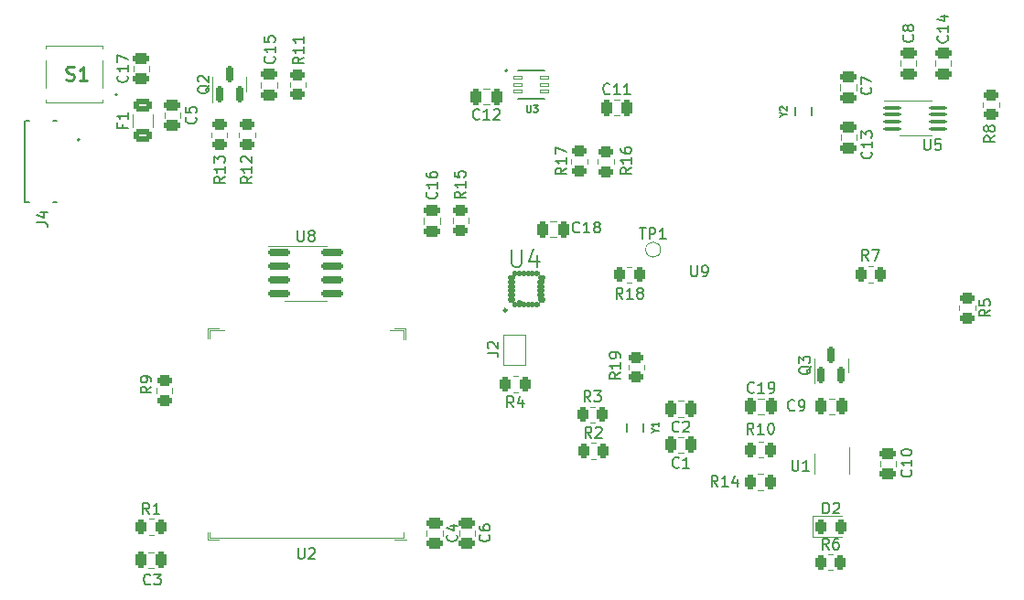
<source format=gbr>
%TF.GenerationSoftware,KiCad,Pcbnew,6.0.11-2627ca5db0~126~ubuntu20.04.1*%
%TF.CreationDate,2023-09-23T16:44:06-04:00*%
%TF.ProjectId,water_meter,77617465-725f-46d6-9574-65722e6b6963,rev?*%
%TF.SameCoordinates,Original*%
%TF.FileFunction,Legend,Top*%
%TF.FilePolarity,Positive*%
%FSLAX46Y46*%
G04 Gerber Fmt 4.6, Leading zero omitted, Abs format (unit mm)*
G04 Created by KiCad (PCBNEW 6.0.11-2627ca5db0~126~ubuntu20.04.1) date 2023-09-23 16:44:06*
%MOMM*%
%LPD*%
G01*
G04 APERTURE LIST*
G04 Aperture macros list*
%AMRoundRect*
0 Rectangle with rounded corners*
0 $1 Rounding radius*
0 $2 $3 $4 $5 $6 $7 $8 $9 X,Y pos of 4 corners*
0 Add a 4 corners polygon primitive as box body*
4,1,4,$2,$3,$4,$5,$6,$7,$8,$9,$2,$3,0*
0 Add four circle primitives for the rounded corners*
1,1,$1+$1,$2,$3*
1,1,$1+$1,$4,$5*
1,1,$1+$1,$6,$7*
1,1,$1+$1,$8,$9*
0 Add four rect primitives between the rounded corners*
20,1,$1+$1,$2,$3,$4,$5,0*
20,1,$1+$1,$4,$5,$6,$7,0*
20,1,$1+$1,$6,$7,$8,$9,0*
20,1,$1+$1,$8,$9,$2,$3,0*%
G04 Aperture macros list end*
%ADD10C,0.150000*%
%ADD11C,0.254000*%
%ADD12C,0.120000*%
%ADD13C,0.127000*%
%ADD14C,0.200000*%
%ADD15C,0.249988*%
%ADD16C,0.100000*%
%ADD17RoundRect,0.250000X0.475000X-0.250000X0.475000X0.250000X-0.475000X0.250000X-0.475000X-0.250000X0*%
%ADD18RoundRect,0.250000X0.250000X0.475000X-0.250000X0.475000X-0.250000X-0.475000X0.250000X-0.475000X0*%
%ADD19C,6.000000*%
%ADD20RoundRect,0.250000X-0.262500X-0.450000X0.262500X-0.450000X0.262500X0.450000X-0.262500X0.450000X0*%
%ADD21RoundRect,0.243750X-0.243750X-0.456250X0.243750X-0.456250X0.243750X0.456250X-0.243750X0.456250X0*%
%ADD22RoundRect,0.012800X-0.357200X-0.147200X0.357200X-0.147200X0.357200X0.147200X-0.357200X0.147200X0*%
%ADD23R,1.300000X2.000000*%
%ADD24C,0.500000*%
%ADD25R,1.350000X0.400000*%
%ADD26R,1.400000X1.600000*%
%ADD27R,1.900000X1.900000*%
%ADD28O,1.800000X0.900000*%
%ADD29RoundRect,0.102000X0.127000X0.165100X-0.127000X0.165100X-0.127000X-0.165100X0.127000X-0.165100X0*%
%ADD30RoundRect,0.102000X0.127000X0.254000X-0.127000X0.254000X-0.127000X-0.254000X0.127000X-0.254000X0*%
%ADD31RoundRect,0.102000X0.127000X0.177800X-0.127000X0.177800X-0.127000X-0.177800X0.127000X-0.177800X0*%
%ADD32RoundRect,0.102000X0.215900X-0.127000X0.215900X0.127000X-0.215900X0.127000X-0.215900X-0.127000X0*%
%ADD33RoundRect,0.102000X0.254000X-0.127000X0.254000X0.127000X-0.254000X0.127000X-0.254000X-0.127000X0*%
%ADD34RoundRect,0.250000X-0.250000X-0.475000X0.250000X-0.475000X0.250000X0.475000X-0.250000X0.475000X0*%
%ADD35RoundRect,0.250000X0.262500X0.450000X-0.262500X0.450000X-0.262500X-0.450000X0.262500X-0.450000X0*%
%ADD36RoundRect,0.250000X0.450000X-0.262500X0.450000X0.262500X-0.450000X0.262500X-0.450000X-0.262500X0*%
%ADD37RoundRect,0.250000X-0.475000X0.250000X-0.475000X-0.250000X0.475000X-0.250000X0.475000X0.250000X0*%
%ADD38R,1.900000X1.100000*%
%ADD39RoundRect,0.250000X-0.450000X0.262500X-0.450000X-0.262500X0.450000X-0.262500X0.450000X0.262500X0*%
%ADD40R,1.500000X0.900000*%
%ADD41R,0.900000X1.500000*%
%ADD42R,0.900000X0.900000*%
%ADD43RoundRect,0.250000X-0.625000X0.375000X-0.625000X-0.375000X0.625000X-0.375000X0.625000X0.375000X0*%
%ADD44R,0.650000X1.560000*%
%ADD45R,1.500000X1.000000*%
%ADD46RoundRect,0.150000X-0.825000X-0.150000X0.825000X-0.150000X0.825000X0.150000X-0.825000X0.150000X0*%
%ADD47R,0.765000X0.210000*%
%ADD48RoundRect,0.100000X-0.712500X-0.100000X0.712500X-0.100000X0.712500X0.100000X-0.712500X0.100000X0*%
%ADD49RoundRect,0.150000X0.150000X-0.587500X0.150000X0.587500X-0.150000X0.587500X-0.150000X-0.587500X0*%
%ADD50C,1.000000*%
%ADD51R,1.000000X0.700000*%
%ADD52C,1.530000*%
%ADD53C,5.175000*%
%ADD54R,1.700000X1.700000*%
%ADD55O,1.700000X1.700000*%
G04 APERTURE END LIST*
D10*
%TO.C,C10*%
X77647142Y9627143D02*
X77694761Y9579524D01*
X77742380Y9436667D01*
X77742380Y9341429D01*
X77694761Y9198572D01*
X77599523Y9103334D01*
X77504285Y9055715D01*
X77313809Y9008096D01*
X77170952Y9008096D01*
X76980476Y9055715D01*
X76885238Y9103334D01*
X76790000Y9198572D01*
X76742380Y9341429D01*
X76742380Y9436667D01*
X76790000Y9579524D01*
X76837619Y9627143D01*
X77742380Y10579524D02*
X77742380Y10008096D01*
X77742380Y10293810D02*
X76742380Y10293810D01*
X76885238Y10198572D01*
X76980476Y10103334D01*
X77028095Y10008096D01*
X76742380Y11198572D02*
X76742380Y11293810D01*
X76790000Y11389048D01*
X76837619Y11436667D01*
X76932857Y11484286D01*
X77123333Y11531905D01*
X77361428Y11531905D01*
X77551904Y11484286D01*
X77647142Y11436667D01*
X77694761Y11389048D01*
X77742380Y11293810D01*
X77742380Y11198572D01*
X77694761Y11103334D01*
X77647142Y11055715D01*
X77551904Y11008096D01*
X77361428Y10960477D01*
X77123333Y10960477D01*
X76932857Y11008096D01*
X76837619Y11055715D01*
X76790000Y11103334D01*
X76742380Y11198572D01*
%TO.C,C9*%
X66883333Y15202858D02*
X66835714Y15155239D01*
X66692857Y15107620D01*
X66597619Y15107620D01*
X66454761Y15155239D01*
X66359523Y15250477D01*
X66311904Y15345715D01*
X66264285Y15536191D01*
X66264285Y15679048D01*
X66311904Y15869524D01*
X66359523Y15964762D01*
X66454761Y16060000D01*
X66597619Y16107620D01*
X66692857Y16107620D01*
X66835714Y16060000D01*
X66883333Y16012381D01*
X67359523Y15107620D02*
X67550000Y15107620D01*
X67645238Y15155239D01*
X67692857Y15202858D01*
X67788095Y15345715D01*
X67835714Y15536191D01*
X67835714Y15917143D01*
X67788095Y16012381D01*
X67740476Y16060000D01*
X67645238Y16107620D01*
X67454761Y16107620D01*
X67359523Y16060000D01*
X67311904Y16012381D01*
X67264285Y15917143D01*
X67264285Y15679048D01*
X67311904Y15583810D01*
X67359523Y15536191D01*
X67454761Y15488572D01*
X67645238Y15488572D01*
X67740476Y15536191D01*
X67788095Y15583810D01*
X67835714Y15679048D01*
%TO.C,R6*%
X70043333Y2277620D02*
X69710000Y2753810D01*
X69471904Y2277620D02*
X69471904Y3277620D01*
X69852857Y3277620D01*
X69948095Y3230000D01*
X69995714Y3182381D01*
X70043333Y3087143D01*
X70043333Y2944286D01*
X69995714Y2849048D01*
X69948095Y2801429D01*
X69852857Y2753810D01*
X69471904Y2753810D01*
X70900476Y3277620D02*
X70710000Y3277620D01*
X70614761Y3230000D01*
X70567142Y3182381D01*
X70471904Y3039524D01*
X70424285Y2849048D01*
X70424285Y2468096D01*
X70471904Y2372858D01*
X70519523Y2325239D01*
X70614761Y2277620D01*
X70805238Y2277620D01*
X70900476Y2325239D01*
X70948095Y2372858D01*
X70995714Y2468096D01*
X70995714Y2706191D01*
X70948095Y2801429D01*
X70900476Y2849048D01*
X70805238Y2896667D01*
X70614761Y2896667D01*
X70519523Y2849048D01*
X70471904Y2801429D01*
X70424285Y2706191D01*
%TO.C,D2*%
X69521904Y5597620D02*
X69521904Y6597620D01*
X69760000Y6597620D01*
X69902857Y6550000D01*
X69998095Y6454762D01*
X70045714Y6359524D01*
X70093333Y6169048D01*
X70093333Y6026191D01*
X70045714Y5835715D01*
X69998095Y5740477D01*
X69902857Y5645239D01*
X69760000Y5597620D01*
X69521904Y5597620D01*
X70474285Y6502381D02*
X70521904Y6550000D01*
X70617142Y6597620D01*
X70855238Y6597620D01*
X70950476Y6550000D01*
X70998095Y6502381D01*
X71045714Y6407143D01*
X71045714Y6311905D01*
X70998095Y6169048D01*
X70426666Y5597620D01*
X71045714Y5597620D01*
%TO.C,U3*%
X42132380Y43380477D02*
X42132380Y42862381D01*
X42162857Y42801429D01*
X42193333Y42770953D01*
X42254285Y42740477D01*
X42376190Y42740477D01*
X42437142Y42770953D01*
X42467619Y42801429D01*
X42498095Y42862381D01*
X42498095Y43380477D01*
X42741904Y43380477D02*
X43138095Y43380477D01*
X42924761Y43136667D01*
X43016190Y43136667D01*
X43077142Y43106191D01*
X43107619Y43075715D01*
X43138095Y43014762D01*
X43138095Y42862381D01*
X43107619Y42801429D01*
X43077142Y42770953D01*
X43016190Y42740477D01*
X42833333Y42740477D01*
X42772380Y42770953D01*
X42741904Y42801429D01*
%TO.C,J4*%
X-3227620Y32546667D02*
X-2513334Y32546667D01*
X-2370477Y32499048D01*
X-2275239Y32403810D01*
X-2227620Y32260953D01*
X-2227620Y32165715D01*
X-2894286Y33451429D02*
X-2227620Y33451429D01*
X-3275239Y33213334D02*
X-2560953Y32975239D01*
X-2560953Y33594286D01*
%TO.C,U4*%
X40735880Y30016191D02*
X40735880Y28720953D01*
X40812070Y28568572D01*
X40888261Y28492381D01*
X41040642Y28416191D01*
X41345404Y28416191D01*
X41497785Y28492381D01*
X41573975Y28568572D01*
X41650166Y28720953D01*
X41650166Y30016191D01*
X43097785Y29482858D02*
X43097785Y28416191D01*
X42716832Y30092381D02*
X42335880Y28949524D01*
X43326356Y28949524D01*
%TO.C,C3*%
X7293333Y-917142D02*
X7245714Y-964761D01*
X7102857Y-1012380D01*
X7007619Y-1012380D01*
X6864761Y-964761D01*
X6769523Y-869523D01*
X6721904Y-774285D01*
X6674285Y-583809D01*
X6674285Y-440952D01*
X6721904Y-250476D01*
X6769523Y-155238D01*
X6864761Y-60000D01*
X7007619Y-12380D01*
X7102857Y-12380D01*
X7245714Y-60000D01*
X7293333Y-107619D01*
X7626666Y-12380D02*
X8245714Y-12380D01*
X7912380Y-393333D01*
X8055238Y-393333D01*
X8150476Y-440952D01*
X8198095Y-488571D01*
X8245714Y-583809D01*
X8245714Y-821904D01*
X8198095Y-917142D01*
X8150476Y-964761D01*
X8055238Y-1012380D01*
X7769523Y-1012380D01*
X7674285Y-964761D01*
X7626666Y-917142D01*
%TO.C,R7*%
X73723333Y29037620D02*
X73390000Y29513810D01*
X73151904Y29037620D02*
X73151904Y30037620D01*
X73532857Y30037620D01*
X73628095Y29990000D01*
X73675714Y29942381D01*
X73723333Y29847143D01*
X73723333Y29704286D01*
X73675714Y29609048D01*
X73628095Y29561429D01*
X73532857Y29513810D01*
X73151904Y29513810D01*
X74056666Y30037620D02*
X74723333Y30037620D01*
X74294761Y29037620D01*
%TO.C,R9*%
X7382380Y17343334D02*
X6906190Y17010000D01*
X7382380Y16771905D02*
X6382380Y16771905D01*
X6382380Y17152858D01*
X6430000Y17248096D01*
X6477619Y17295715D01*
X6572857Y17343334D01*
X6715714Y17343334D01*
X6810952Y17295715D01*
X6858571Y17248096D01*
X6906190Y17152858D01*
X6906190Y16771905D01*
X7382380Y17819524D02*
X7382380Y18010000D01*
X7334761Y18105239D01*
X7287142Y18152858D01*
X7144285Y18248096D01*
X6953809Y18295715D01*
X6572857Y18295715D01*
X6477619Y18248096D01*
X6430000Y18200477D01*
X6382380Y18105239D01*
X6382380Y17914762D01*
X6430000Y17819524D01*
X6477619Y17771905D01*
X6572857Y17724286D01*
X6810952Y17724286D01*
X6906190Y17771905D01*
X6953809Y17819524D01*
X7001428Y17914762D01*
X7001428Y18105239D01*
X6953809Y18200477D01*
X6906190Y18248096D01*
X6810952Y18295715D01*
%TO.C,C4*%
X35617142Y3623334D02*
X35664761Y3575715D01*
X35712380Y3432858D01*
X35712380Y3337620D01*
X35664761Y3194762D01*
X35569523Y3099524D01*
X35474285Y3051905D01*
X35283809Y3004286D01*
X35140952Y3004286D01*
X34950476Y3051905D01*
X34855238Y3099524D01*
X34760000Y3194762D01*
X34712380Y3337620D01*
X34712380Y3432858D01*
X34760000Y3575715D01*
X34807619Y3623334D01*
X35045714Y4480477D02*
X35712380Y4480477D01*
X34664761Y4242381D02*
X35379047Y4004286D01*
X35379047Y4623334D01*
%TO.C,C6*%
X38617142Y3623334D02*
X38664761Y3575715D01*
X38712380Y3432858D01*
X38712380Y3337620D01*
X38664761Y3194762D01*
X38569523Y3099524D01*
X38474285Y3051905D01*
X38283809Y3004286D01*
X38140952Y3004286D01*
X37950476Y3051905D01*
X37855238Y3099524D01*
X37760000Y3194762D01*
X37712380Y3337620D01*
X37712380Y3432858D01*
X37760000Y3575715D01*
X37807619Y3623334D01*
X37712380Y4480477D02*
X37712380Y4290000D01*
X37760000Y4194762D01*
X37807619Y4147143D01*
X37950476Y4051905D01*
X38140952Y4004286D01*
X38521904Y4004286D01*
X38617142Y4051905D01*
X38664761Y4099524D01*
X38712380Y4194762D01*
X38712380Y4385239D01*
X38664761Y4480477D01*
X38617142Y4528096D01*
X38521904Y4575715D01*
X38283809Y4575715D01*
X38188571Y4528096D01*
X38140952Y4480477D01*
X38093333Y4385239D01*
X38093333Y4194762D01*
X38140952Y4099524D01*
X38188571Y4051905D01*
X38283809Y4004286D01*
%TO.C,R2*%
X48103333Y12597620D02*
X47770000Y13073810D01*
X47531904Y12597620D02*
X47531904Y13597620D01*
X47912857Y13597620D01*
X48008095Y13550000D01*
X48055714Y13502381D01*
X48103333Y13407143D01*
X48103333Y13264286D01*
X48055714Y13169048D01*
X48008095Y13121429D01*
X47912857Y13073810D01*
X47531904Y13073810D01*
X48484285Y13502381D02*
X48531904Y13550000D01*
X48627142Y13597620D01*
X48865238Y13597620D01*
X48960476Y13550000D01*
X49008095Y13502381D01*
X49055714Y13407143D01*
X49055714Y13311905D01*
X49008095Y13169048D01*
X48436666Y12597620D01*
X49055714Y12597620D01*
%TO.C,R1*%
X7195833Y5567620D02*
X6862500Y6043810D01*
X6624404Y5567620D02*
X6624404Y6567620D01*
X7005357Y6567620D01*
X7100595Y6520000D01*
X7148214Y6472381D01*
X7195833Y6377143D01*
X7195833Y6234286D01*
X7148214Y6139048D01*
X7100595Y6091429D01*
X7005357Y6043810D01*
X6624404Y6043810D01*
X8148214Y5567620D02*
X7576785Y5567620D01*
X7862500Y5567620D02*
X7862500Y6567620D01*
X7767261Y6424762D01*
X7672023Y6329524D01*
X7576785Y6281905D01*
%TO.C,R3*%
X48013333Y15947620D02*
X47680000Y16423810D01*
X47441904Y15947620D02*
X47441904Y16947620D01*
X47822857Y16947620D01*
X47918095Y16900000D01*
X47965714Y16852381D01*
X48013333Y16757143D01*
X48013333Y16614286D01*
X47965714Y16519048D01*
X47918095Y16471429D01*
X47822857Y16423810D01*
X47441904Y16423810D01*
X48346666Y16947620D02*
X48965714Y16947620D01*
X48632380Y16566667D01*
X48775238Y16566667D01*
X48870476Y16519048D01*
X48918095Y16471429D01*
X48965714Y16376191D01*
X48965714Y16138096D01*
X48918095Y16042858D01*
X48870476Y15995239D01*
X48775238Y15947620D01*
X48489523Y15947620D01*
X48394285Y15995239D01*
X48346666Y16042858D01*
%TO.C,Y1*%
X53998661Y13280739D02*
X54303423Y13280739D01*
X53663423Y13067405D02*
X53998661Y13280739D01*
X53663423Y13494072D01*
X54303423Y14042643D02*
X54303423Y13676929D01*
X54303423Y13859786D02*
X53663423Y13859786D01*
X53754852Y13798834D01*
X53815804Y13737881D01*
X53846280Y13676929D01*
%TO.C,C2*%
X56190833Y13235358D02*
X56143214Y13187739D01*
X56000357Y13140120D01*
X55905119Y13140120D01*
X55762261Y13187739D01*
X55667023Y13282977D01*
X55619404Y13378215D01*
X55571785Y13568691D01*
X55571785Y13711548D01*
X55619404Y13902024D01*
X55667023Y13997262D01*
X55762261Y14092500D01*
X55905119Y14140120D01*
X56000357Y14140120D01*
X56143214Y14092500D01*
X56190833Y14044881D01*
X56571785Y14044881D02*
X56619404Y14092500D01*
X56714642Y14140120D01*
X56952738Y14140120D01*
X57047976Y14092500D01*
X57095595Y14044881D01*
X57143214Y13949643D01*
X57143214Y13854405D01*
X57095595Y13711548D01*
X56524166Y13140120D01*
X57143214Y13140120D01*
%TO.C,R5*%
X84972380Y24453334D02*
X84496190Y24120000D01*
X84972380Y23881905D02*
X83972380Y23881905D01*
X83972380Y24262858D01*
X84020000Y24358096D01*
X84067619Y24405715D01*
X84162857Y24453334D01*
X84305714Y24453334D01*
X84400952Y24405715D01*
X84448571Y24358096D01*
X84496190Y24262858D01*
X84496190Y23881905D01*
X83972380Y25358096D02*
X83972380Y24881905D01*
X84448571Y24834286D01*
X84400952Y24881905D01*
X84353333Y24977143D01*
X84353333Y25215239D01*
X84400952Y25310477D01*
X84448571Y25358096D01*
X84543809Y25405715D01*
X84781904Y25405715D01*
X84877142Y25358096D01*
X84924761Y25310477D01*
X84972380Y25215239D01*
X84972380Y24977143D01*
X84924761Y24881905D01*
X84877142Y24834286D01*
%TO.C,C1*%
X56190833Y9905358D02*
X56143214Y9857739D01*
X56000357Y9810120D01*
X55905119Y9810120D01*
X55762261Y9857739D01*
X55667023Y9952977D01*
X55619404Y10048215D01*
X55571785Y10238691D01*
X55571785Y10381548D01*
X55619404Y10572024D01*
X55667023Y10667262D01*
X55762261Y10762500D01*
X55905119Y10810120D01*
X56000357Y10810120D01*
X56143214Y10762500D01*
X56190833Y10714881D01*
X57143214Y9810120D02*
X56571785Y9810120D01*
X56857500Y9810120D02*
X56857500Y10810120D01*
X56762261Y10667262D01*
X56667023Y10572024D01*
X56571785Y10524405D01*
%TO.C,U2*%
X20968095Y2397620D02*
X20968095Y1588096D01*
X21015714Y1492858D01*
X21063333Y1445239D01*
X21158571Y1397620D01*
X21349047Y1397620D01*
X21444285Y1445239D01*
X21491904Y1492858D01*
X21539523Y1588096D01*
X21539523Y2397620D01*
X21968095Y2302381D02*
X22015714Y2350000D01*
X22110952Y2397620D01*
X22349047Y2397620D01*
X22444285Y2350000D01*
X22491904Y2302381D01*
X22539523Y2207143D01*
X22539523Y2111905D01*
X22491904Y1969048D01*
X21920476Y1397620D01*
X22539523Y1397620D01*
%TO.C,R4*%
X40883333Y15427620D02*
X40550000Y15903810D01*
X40311904Y15427620D02*
X40311904Y16427620D01*
X40692857Y16427620D01*
X40788095Y16380000D01*
X40835714Y16332381D01*
X40883333Y16237143D01*
X40883333Y16094286D01*
X40835714Y15999048D01*
X40788095Y15951429D01*
X40692857Y15903810D01*
X40311904Y15903810D01*
X41740476Y16094286D02*
X41740476Y15427620D01*
X41502380Y16475239D02*
X41264285Y15760953D01*
X41883333Y15760953D01*
%TO.C,C5*%
X11457142Y42293334D02*
X11504761Y42245715D01*
X11552380Y42102858D01*
X11552380Y42007620D01*
X11504761Y41864762D01*
X11409523Y41769524D01*
X11314285Y41721905D01*
X11123809Y41674286D01*
X10980952Y41674286D01*
X10790476Y41721905D01*
X10695238Y41769524D01*
X10600000Y41864762D01*
X10552380Y42007620D01*
X10552380Y42102858D01*
X10600000Y42245715D01*
X10647619Y42293334D01*
X10552380Y43198096D02*
X10552380Y42721905D01*
X11028571Y42674286D01*
X10980952Y42721905D01*
X10933333Y42817143D01*
X10933333Y43055239D01*
X10980952Y43150477D01*
X11028571Y43198096D01*
X11123809Y43245715D01*
X11361904Y43245715D01*
X11457142Y43198096D01*
X11504761Y43150477D01*
X11552380Y43055239D01*
X11552380Y42817143D01*
X11504761Y42721905D01*
X11457142Y42674286D01*
%TO.C,F1*%
X4682821Y41636667D02*
X4682821Y41303334D01*
X5206630Y41303334D02*
X4206630Y41303334D01*
X4206630Y41779524D01*
X5206630Y42684286D02*
X5206630Y42112858D01*
X5206630Y42398572D02*
X4206630Y42398572D01*
X4349488Y42303334D01*
X4444726Y42208096D01*
X4492345Y42112858D01*
%TO.C,U1*%
X66658095Y10547620D02*
X66658095Y9738096D01*
X66705714Y9642858D01*
X66753333Y9595239D01*
X66848571Y9547620D01*
X67039047Y9547620D01*
X67134285Y9595239D01*
X67181904Y9642858D01*
X67229523Y9738096D01*
X67229523Y10547620D01*
X68229523Y9547620D02*
X67658095Y9547620D01*
X67943809Y9547620D02*
X67943809Y10547620D01*
X67848571Y10404762D01*
X67753333Y10309524D01*
X67658095Y10261905D01*
%TO.C,J2*%
X38462380Y20476667D02*
X39176666Y20476667D01*
X39319523Y20429048D01*
X39414761Y20333810D01*
X39462380Y20190953D01*
X39462380Y20095715D01*
X38557619Y20905239D02*
X38510000Y20952858D01*
X38462380Y21048096D01*
X38462380Y21286191D01*
X38510000Y21381429D01*
X38557619Y21429048D01*
X38652857Y21476667D01*
X38748095Y21476667D01*
X38890952Y21429048D01*
X39462380Y20857620D01*
X39462380Y21476667D01*
%TO.C,C17*%
X5127142Y46127143D02*
X5174761Y46079524D01*
X5222380Y45936667D01*
X5222380Y45841429D01*
X5174761Y45698572D01*
X5079523Y45603334D01*
X4984285Y45555715D01*
X4793809Y45508096D01*
X4650952Y45508096D01*
X4460476Y45555715D01*
X4365238Y45603334D01*
X4270000Y45698572D01*
X4222380Y45841429D01*
X4222380Y45936667D01*
X4270000Y46079524D01*
X4317619Y46127143D01*
X5222380Y47079524D02*
X5222380Y46508096D01*
X5222380Y46793810D02*
X4222380Y46793810D01*
X4365238Y46698572D01*
X4460476Y46603334D01*
X4508095Y46508096D01*
X4222380Y47412858D02*
X4222380Y48079524D01*
X5222380Y47650953D01*
%TO.C,C14*%
X81007142Y49812143D02*
X81054761Y49764524D01*
X81102380Y49621667D01*
X81102380Y49526429D01*
X81054761Y49383572D01*
X80959523Y49288334D01*
X80864285Y49240715D01*
X80673809Y49193096D01*
X80530952Y49193096D01*
X80340476Y49240715D01*
X80245238Y49288334D01*
X80150000Y49383572D01*
X80102380Y49526429D01*
X80102380Y49621667D01*
X80150000Y49764524D01*
X80197619Y49812143D01*
X81102380Y50764524D02*
X81102380Y50193096D01*
X81102380Y50478810D02*
X80102380Y50478810D01*
X80245238Y50383572D01*
X80340476Y50288334D01*
X80388095Y50193096D01*
X80435714Y51621667D02*
X81102380Y51621667D01*
X80054761Y51383572D02*
X80769047Y51145477D01*
X80769047Y51764524D01*
%TO.C,C8*%
X77817142Y49878334D02*
X77864761Y49830715D01*
X77912380Y49687858D01*
X77912380Y49592620D01*
X77864761Y49449762D01*
X77769523Y49354524D01*
X77674285Y49306905D01*
X77483809Y49259286D01*
X77340952Y49259286D01*
X77150476Y49306905D01*
X77055238Y49354524D01*
X76960000Y49449762D01*
X76912380Y49592620D01*
X76912380Y49687858D01*
X76960000Y49830715D01*
X77007619Y49878334D01*
X77340952Y50449762D02*
X77293333Y50354524D01*
X77245714Y50306905D01*
X77150476Y50259286D01*
X77102857Y50259286D01*
X77007619Y50306905D01*
X76960000Y50354524D01*
X76912380Y50449762D01*
X76912380Y50640239D01*
X76960000Y50735477D01*
X77007619Y50783096D01*
X77102857Y50830715D01*
X77150476Y50830715D01*
X77245714Y50783096D01*
X77293333Y50735477D01*
X77340952Y50640239D01*
X77340952Y50449762D01*
X77388571Y50354524D01*
X77436190Y50306905D01*
X77531428Y50259286D01*
X77721904Y50259286D01*
X77817142Y50306905D01*
X77864761Y50354524D01*
X77912380Y50449762D01*
X77912380Y50640239D01*
X77864761Y50735477D01*
X77817142Y50783096D01*
X77721904Y50830715D01*
X77531428Y50830715D01*
X77436190Y50783096D01*
X77388571Y50735477D01*
X77340952Y50640239D01*
%TO.C,U8*%
X20908095Y31777620D02*
X20908095Y30968096D01*
X20955714Y30872858D01*
X21003333Y30825239D01*
X21098571Y30777620D01*
X21289047Y30777620D01*
X21384285Y30825239D01*
X21431904Y30872858D01*
X21479523Y30968096D01*
X21479523Y31777620D01*
X22098571Y31349048D02*
X22003333Y31396667D01*
X21955714Y31444286D01*
X21908095Y31539524D01*
X21908095Y31587143D01*
X21955714Y31682381D01*
X22003333Y31730000D01*
X22098571Y31777620D01*
X22289047Y31777620D01*
X22384285Y31730000D01*
X22431904Y31682381D01*
X22479523Y31587143D01*
X22479523Y31539524D01*
X22431904Y31444286D01*
X22384285Y31396667D01*
X22289047Y31349048D01*
X22098571Y31349048D01*
X22003333Y31301429D01*
X21955714Y31253810D01*
X21908095Y31158572D01*
X21908095Y30968096D01*
X21955714Y30872858D01*
X22003333Y30825239D01*
X22098571Y30777620D01*
X22289047Y30777620D01*
X22384285Y30825239D01*
X22431904Y30872858D01*
X22479523Y30968096D01*
X22479523Y31158572D01*
X22431904Y31253810D01*
X22384285Y31301429D01*
X22289047Y31349048D01*
%TO.C,R8*%
X85422380Y40558334D02*
X84946190Y40225000D01*
X85422380Y39986905D02*
X84422380Y39986905D01*
X84422380Y40367858D01*
X84470000Y40463096D01*
X84517619Y40510715D01*
X84612857Y40558334D01*
X84755714Y40558334D01*
X84850952Y40510715D01*
X84898571Y40463096D01*
X84946190Y40367858D01*
X84946190Y39986905D01*
X84850952Y41129762D02*
X84803333Y41034524D01*
X84755714Y40986905D01*
X84660476Y40939286D01*
X84612857Y40939286D01*
X84517619Y40986905D01*
X84470000Y41034524D01*
X84422380Y41129762D01*
X84422380Y41320239D01*
X84470000Y41415477D01*
X84517619Y41463096D01*
X84612857Y41510715D01*
X84660476Y41510715D01*
X84755714Y41463096D01*
X84803333Y41415477D01*
X84850952Y41320239D01*
X84850952Y41129762D01*
X84898571Y41034524D01*
X84946190Y40986905D01*
X85041428Y40939286D01*
X85231904Y40939286D01*
X85327142Y40986905D01*
X85374761Y41034524D01*
X85422380Y41129762D01*
X85422380Y41320239D01*
X85374761Y41415477D01*
X85327142Y41463096D01*
X85231904Y41510715D01*
X85041428Y41510715D01*
X84946190Y41463096D01*
X84898571Y41415477D01*
X84850952Y41320239D01*
%TO.C,R16*%
X51782380Y37607143D02*
X51306190Y37273810D01*
X51782380Y37035715D02*
X50782380Y37035715D01*
X50782380Y37416667D01*
X50830000Y37511905D01*
X50877619Y37559524D01*
X50972857Y37607143D01*
X51115714Y37607143D01*
X51210952Y37559524D01*
X51258571Y37511905D01*
X51306190Y37416667D01*
X51306190Y37035715D01*
X51782380Y38559524D02*
X51782380Y37988096D01*
X51782380Y38273810D02*
X50782380Y38273810D01*
X50925238Y38178572D01*
X51020476Y38083334D01*
X51068095Y37988096D01*
X50782380Y39416667D02*
X50782380Y39226191D01*
X50830000Y39130953D01*
X50877619Y39083334D01*
X51020476Y38988096D01*
X51210952Y38940477D01*
X51591904Y38940477D01*
X51687142Y38988096D01*
X51734761Y39035715D01*
X51782380Y39130953D01*
X51782380Y39321429D01*
X51734761Y39416667D01*
X51687142Y39464286D01*
X51591904Y39511905D01*
X51353809Y39511905D01*
X51258571Y39464286D01*
X51210952Y39416667D01*
X51163333Y39321429D01*
X51163333Y39130953D01*
X51210952Y39035715D01*
X51258571Y38988096D01*
X51353809Y38940477D01*
%TO.C,C19*%
X63137142Y16842858D02*
X63089523Y16795239D01*
X62946666Y16747620D01*
X62851428Y16747620D01*
X62708571Y16795239D01*
X62613333Y16890477D01*
X62565714Y16985715D01*
X62518095Y17176191D01*
X62518095Y17319048D01*
X62565714Y17509524D01*
X62613333Y17604762D01*
X62708571Y17700000D01*
X62851428Y17747620D01*
X62946666Y17747620D01*
X63089523Y17700000D01*
X63137142Y17652381D01*
X64089523Y16747620D02*
X63518095Y16747620D01*
X63803809Y16747620D02*
X63803809Y17747620D01*
X63708571Y17604762D01*
X63613333Y17509524D01*
X63518095Y17461905D01*
X64565714Y16747620D02*
X64756190Y16747620D01*
X64851428Y16795239D01*
X64899047Y16842858D01*
X64994285Y16985715D01*
X65041904Y17176191D01*
X65041904Y17557143D01*
X64994285Y17652381D01*
X64946666Y17700000D01*
X64851428Y17747620D01*
X64660952Y17747620D01*
X64565714Y17700000D01*
X64518095Y17652381D01*
X64470476Y17557143D01*
X64470476Y17319048D01*
X64518095Y17223810D01*
X64565714Y17176191D01*
X64660952Y17128572D01*
X64851428Y17128572D01*
X64946666Y17176191D01*
X64994285Y17223810D01*
X65041904Y17319048D01*
%TO.C,R10*%
X63097142Y12947620D02*
X62763809Y13423810D01*
X62525714Y12947620D02*
X62525714Y13947620D01*
X62906666Y13947620D01*
X63001904Y13900000D01*
X63049523Y13852381D01*
X63097142Y13757143D01*
X63097142Y13614286D01*
X63049523Y13519048D01*
X63001904Y13471429D01*
X62906666Y13423810D01*
X62525714Y13423810D01*
X64049523Y12947620D02*
X63478095Y12947620D01*
X63763809Y12947620D02*
X63763809Y13947620D01*
X63668571Y13804762D01*
X63573333Y13709524D01*
X63478095Y13661905D01*
X64668571Y13947620D02*
X64763809Y13947620D01*
X64859047Y13900000D01*
X64906666Y13852381D01*
X64954285Y13757143D01*
X65001904Y13566667D01*
X65001904Y13328572D01*
X64954285Y13138096D01*
X64906666Y13042858D01*
X64859047Y12995239D01*
X64763809Y12947620D01*
X64668571Y12947620D01*
X64573333Y12995239D01*
X64525714Y13042858D01*
X64478095Y13138096D01*
X64430476Y13328572D01*
X64430476Y13566667D01*
X64478095Y13757143D01*
X64525714Y13852381D01*
X64573333Y13900000D01*
X64668571Y13947620D01*
%TO.C,R15*%
X36432380Y35377143D02*
X35956190Y35043810D01*
X36432380Y34805715D02*
X35432380Y34805715D01*
X35432380Y35186667D01*
X35480000Y35281905D01*
X35527619Y35329524D01*
X35622857Y35377143D01*
X35765714Y35377143D01*
X35860952Y35329524D01*
X35908571Y35281905D01*
X35956190Y35186667D01*
X35956190Y34805715D01*
X36432380Y36329524D02*
X36432380Y35758096D01*
X36432380Y36043810D02*
X35432380Y36043810D01*
X35575238Y35948572D01*
X35670476Y35853334D01*
X35718095Y35758096D01*
X35432380Y37234286D02*
X35432380Y36758096D01*
X35908571Y36710477D01*
X35860952Y36758096D01*
X35813333Y36853334D01*
X35813333Y37091429D01*
X35860952Y37186667D01*
X35908571Y37234286D01*
X36003809Y37281905D01*
X36241904Y37281905D01*
X36337142Y37234286D01*
X36384761Y37186667D01*
X36432380Y37091429D01*
X36432380Y36853334D01*
X36384761Y36758096D01*
X36337142Y36710477D01*
%TO.C,C16*%
X33727142Y35334643D02*
X33774761Y35287024D01*
X33822380Y35144167D01*
X33822380Y35048929D01*
X33774761Y34906072D01*
X33679523Y34810834D01*
X33584285Y34763215D01*
X33393809Y34715596D01*
X33250952Y34715596D01*
X33060476Y34763215D01*
X32965238Y34810834D01*
X32870000Y34906072D01*
X32822380Y35048929D01*
X32822380Y35144167D01*
X32870000Y35287024D01*
X32917619Y35334643D01*
X33822380Y36287024D02*
X33822380Y35715596D01*
X33822380Y36001310D02*
X32822380Y36001310D01*
X32965238Y35906072D01*
X33060476Y35810834D01*
X33108095Y35715596D01*
X32822380Y37144167D02*
X32822380Y36953691D01*
X32870000Y36858453D01*
X32917619Y36810834D01*
X33060476Y36715596D01*
X33250952Y36667977D01*
X33631904Y36667977D01*
X33727142Y36715596D01*
X33774761Y36763215D01*
X33822380Y36858453D01*
X33822380Y37048929D01*
X33774761Y37144167D01*
X33727142Y37191786D01*
X33631904Y37239405D01*
X33393809Y37239405D01*
X33298571Y37191786D01*
X33250952Y37144167D01*
X33203333Y37048929D01*
X33203333Y36858453D01*
X33250952Y36763215D01*
X33298571Y36715596D01*
X33393809Y36667977D01*
%TO.C,C13*%
X73957142Y39077143D02*
X74004761Y39029524D01*
X74052380Y38886667D01*
X74052380Y38791429D01*
X74004761Y38648572D01*
X73909523Y38553334D01*
X73814285Y38505715D01*
X73623809Y38458096D01*
X73480952Y38458096D01*
X73290476Y38505715D01*
X73195238Y38553334D01*
X73100000Y38648572D01*
X73052380Y38791429D01*
X73052380Y38886667D01*
X73100000Y39029524D01*
X73147619Y39077143D01*
X74052380Y40029524D02*
X74052380Y39458096D01*
X74052380Y39743810D02*
X73052380Y39743810D01*
X73195238Y39648572D01*
X73290476Y39553334D01*
X73338095Y39458096D01*
X73052380Y40362858D02*
X73052380Y40981905D01*
X73433333Y40648572D01*
X73433333Y40791429D01*
X73480952Y40886667D01*
X73528571Y40934286D01*
X73623809Y40981905D01*
X73861904Y40981905D01*
X73957142Y40934286D01*
X74004761Y40886667D01*
X74052380Y40791429D01*
X74052380Y40505715D01*
X74004761Y40410477D01*
X73957142Y40362858D01*
%TO.C,R11*%
X21472380Y47837143D02*
X20996190Y47503810D01*
X21472380Y47265715D02*
X20472380Y47265715D01*
X20472380Y47646667D01*
X20520000Y47741905D01*
X20567619Y47789524D01*
X20662857Y47837143D01*
X20805714Y47837143D01*
X20900952Y47789524D01*
X20948571Y47741905D01*
X20996190Y47646667D01*
X20996190Y47265715D01*
X21472380Y48789524D02*
X21472380Y48218096D01*
X21472380Y48503810D02*
X20472380Y48503810D01*
X20615238Y48408572D01*
X20710476Y48313334D01*
X20758095Y48218096D01*
X21472380Y49741905D02*
X21472380Y49170477D01*
X21472380Y49456191D02*
X20472380Y49456191D01*
X20615238Y49360953D01*
X20710476Y49265715D01*
X20758095Y49170477D01*
%TO.C,U9*%
X57308095Y28537620D02*
X57308095Y27728096D01*
X57355714Y27632858D01*
X57403333Y27585239D01*
X57498571Y27537620D01*
X57689047Y27537620D01*
X57784285Y27585239D01*
X57831904Y27632858D01*
X57879523Y27728096D01*
X57879523Y28537620D01*
X58403333Y27537620D02*
X58593809Y27537620D01*
X58689047Y27585239D01*
X58736666Y27632858D01*
X58831904Y27775715D01*
X58879523Y27966191D01*
X58879523Y28347143D01*
X58831904Y28442381D01*
X58784285Y28490000D01*
X58689047Y28537620D01*
X58498571Y28537620D01*
X58403333Y28490000D01*
X58355714Y28442381D01*
X58308095Y28347143D01*
X58308095Y28109048D01*
X58355714Y28013810D01*
X58403333Y27966191D01*
X58498571Y27918572D01*
X58689047Y27918572D01*
X58784285Y27966191D01*
X58831904Y28013810D01*
X58879523Y28109048D01*
%TO.C,R12*%
X16672380Y36787143D02*
X16196190Y36453810D01*
X16672380Y36215715D02*
X15672380Y36215715D01*
X15672380Y36596667D01*
X15720000Y36691905D01*
X15767619Y36739524D01*
X15862857Y36787143D01*
X16005714Y36787143D01*
X16100952Y36739524D01*
X16148571Y36691905D01*
X16196190Y36596667D01*
X16196190Y36215715D01*
X16672380Y37739524D02*
X16672380Y37168096D01*
X16672380Y37453810D02*
X15672380Y37453810D01*
X15815238Y37358572D01*
X15910476Y37263334D01*
X15958095Y37168096D01*
X15767619Y38120477D02*
X15720000Y38168096D01*
X15672380Y38263334D01*
X15672380Y38501429D01*
X15720000Y38596667D01*
X15767619Y38644286D01*
X15862857Y38691905D01*
X15958095Y38691905D01*
X16100952Y38644286D01*
X16672380Y38072858D01*
X16672380Y38691905D01*
%TO.C,U5*%
X78868095Y40242620D02*
X78868095Y39433096D01*
X78915714Y39337858D01*
X78963333Y39290239D01*
X79058571Y39242620D01*
X79249047Y39242620D01*
X79344285Y39290239D01*
X79391904Y39337858D01*
X79439523Y39433096D01*
X79439523Y40242620D01*
X80391904Y40242620D02*
X79915714Y40242620D01*
X79868095Y39766429D01*
X79915714Y39814048D01*
X80010952Y39861667D01*
X80249047Y39861667D01*
X80344285Y39814048D01*
X80391904Y39766429D01*
X80439523Y39671191D01*
X80439523Y39433096D01*
X80391904Y39337858D01*
X80344285Y39290239D01*
X80249047Y39242620D01*
X80010952Y39242620D01*
X79915714Y39290239D01*
X79868095Y39337858D01*
%TO.C,C12*%
X37727142Y42142858D02*
X37679523Y42095239D01*
X37536666Y42047620D01*
X37441428Y42047620D01*
X37298571Y42095239D01*
X37203333Y42190477D01*
X37155714Y42285715D01*
X37108095Y42476191D01*
X37108095Y42619048D01*
X37155714Y42809524D01*
X37203333Y42904762D01*
X37298571Y43000000D01*
X37441428Y43047620D01*
X37536666Y43047620D01*
X37679523Y43000000D01*
X37727142Y42952381D01*
X38679523Y42047620D02*
X38108095Y42047620D01*
X38393809Y42047620D02*
X38393809Y43047620D01*
X38298571Y42904762D01*
X38203333Y42809524D01*
X38108095Y42761905D01*
X39060476Y42952381D02*
X39108095Y43000000D01*
X39203333Y43047620D01*
X39441428Y43047620D01*
X39536666Y43000000D01*
X39584285Y42952381D01*
X39631904Y42857143D01*
X39631904Y42761905D01*
X39584285Y42619048D01*
X39012857Y42047620D01*
X39631904Y42047620D01*
%TO.C,Q3*%
X68417619Y19234762D02*
X68370000Y19139524D01*
X68274761Y19044286D01*
X68131904Y18901429D01*
X68084285Y18806191D01*
X68084285Y18710953D01*
X68322380Y18758572D02*
X68274761Y18663334D01*
X68179523Y18568096D01*
X67989047Y18520477D01*
X67655714Y18520477D01*
X67465238Y18568096D01*
X67370000Y18663334D01*
X67322380Y18758572D01*
X67322380Y18949048D01*
X67370000Y19044286D01*
X67465238Y19139524D01*
X67655714Y19187143D01*
X67989047Y19187143D01*
X68179523Y19139524D01*
X68274761Y19044286D01*
X68322380Y18949048D01*
X68322380Y18758572D01*
X67322380Y19520477D02*
X67322380Y20139524D01*
X67703333Y19806191D01*
X67703333Y19949048D01*
X67750952Y20044286D01*
X67798571Y20091905D01*
X67893809Y20139524D01*
X68131904Y20139524D01*
X68227142Y20091905D01*
X68274761Y20044286D01*
X68322380Y19949048D01*
X68322380Y19663334D01*
X68274761Y19568096D01*
X68227142Y19520477D01*
%TO.C,C7*%
X73917142Y45023334D02*
X73964761Y44975715D01*
X74012380Y44832858D01*
X74012380Y44737620D01*
X73964761Y44594762D01*
X73869523Y44499524D01*
X73774285Y44451905D01*
X73583809Y44404286D01*
X73440952Y44404286D01*
X73250476Y44451905D01*
X73155238Y44499524D01*
X73060000Y44594762D01*
X73012380Y44737620D01*
X73012380Y44832858D01*
X73060000Y44975715D01*
X73107619Y45023334D01*
X73012380Y45356667D02*
X73012380Y46023334D01*
X74012380Y45594762D01*
%TO.C,C18*%
X46987142Y31692858D02*
X46939523Y31645239D01*
X46796666Y31597620D01*
X46701428Y31597620D01*
X46558571Y31645239D01*
X46463333Y31740477D01*
X46415714Y31835715D01*
X46368095Y32026191D01*
X46368095Y32169048D01*
X46415714Y32359524D01*
X46463333Y32454762D01*
X46558571Y32550000D01*
X46701428Y32597620D01*
X46796666Y32597620D01*
X46939523Y32550000D01*
X46987142Y32502381D01*
X47939523Y31597620D02*
X47368095Y31597620D01*
X47653809Y31597620D02*
X47653809Y32597620D01*
X47558571Y32454762D01*
X47463333Y32359524D01*
X47368095Y32311905D01*
X48510952Y32169048D02*
X48415714Y32216667D01*
X48368095Y32264286D01*
X48320476Y32359524D01*
X48320476Y32407143D01*
X48368095Y32502381D01*
X48415714Y32550000D01*
X48510952Y32597620D01*
X48701428Y32597620D01*
X48796666Y32550000D01*
X48844285Y32502381D01*
X48891904Y32407143D01*
X48891904Y32359524D01*
X48844285Y32264286D01*
X48796666Y32216667D01*
X48701428Y32169048D01*
X48510952Y32169048D01*
X48415714Y32121429D01*
X48368095Y32073810D01*
X48320476Y31978572D01*
X48320476Y31788096D01*
X48368095Y31692858D01*
X48415714Y31645239D01*
X48510952Y31597620D01*
X48701428Y31597620D01*
X48796666Y31645239D01*
X48844285Y31692858D01*
X48891904Y31788096D01*
X48891904Y31978572D01*
X48844285Y32073810D01*
X48796666Y32121429D01*
X48701428Y32169048D01*
%TO.C,R13*%
X14172380Y36787143D02*
X13696190Y36453810D01*
X14172380Y36215715D02*
X13172380Y36215715D01*
X13172380Y36596667D01*
X13220000Y36691905D01*
X13267619Y36739524D01*
X13362857Y36787143D01*
X13505714Y36787143D01*
X13600952Y36739524D01*
X13648571Y36691905D01*
X13696190Y36596667D01*
X13696190Y36215715D01*
X14172380Y37739524D02*
X14172380Y37168096D01*
X14172380Y37453810D02*
X13172380Y37453810D01*
X13315238Y37358572D01*
X13410476Y37263334D01*
X13458095Y37168096D01*
X13172380Y38072858D02*
X13172380Y38691905D01*
X13553333Y38358572D01*
X13553333Y38501429D01*
X13600952Y38596667D01*
X13648571Y38644286D01*
X13743809Y38691905D01*
X13981904Y38691905D01*
X14077142Y38644286D01*
X14124761Y38596667D01*
X14172380Y38501429D01*
X14172380Y38215715D01*
X14124761Y38120477D01*
X14077142Y38072858D01*
%TO.C,Y2*%
X65858361Y42512239D02*
X66163123Y42512239D01*
X65523123Y42298905D02*
X65858361Y42512239D01*
X65523123Y42725572D01*
X65584076Y42908429D02*
X65553600Y42938905D01*
X65523123Y42999858D01*
X65523123Y43152239D01*
X65553600Y43213191D01*
X65584076Y43243667D01*
X65645028Y43274143D01*
X65705980Y43274143D01*
X65797409Y43243667D01*
X66163123Y42877953D01*
X66163123Y43274143D01*
%TO.C,R17*%
X45792380Y37587143D02*
X45316190Y37253810D01*
X45792380Y37015715D02*
X44792380Y37015715D01*
X44792380Y37396667D01*
X44840000Y37491905D01*
X44887619Y37539524D01*
X44982857Y37587143D01*
X45125714Y37587143D01*
X45220952Y37539524D01*
X45268571Y37491905D01*
X45316190Y37396667D01*
X45316190Y37015715D01*
X45792380Y38539524D02*
X45792380Y37968096D01*
X45792380Y38253810D02*
X44792380Y38253810D01*
X44935238Y38158572D01*
X45030476Y38063334D01*
X45078095Y37968096D01*
X44792380Y38872858D02*
X44792380Y39539524D01*
X45792380Y39110953D01*
%TO.C,R14*%
X59787142Y8097620D02*
X59453809Y8573810D01*
X59215714Y8097620D02*
X59215714Y9097620D01*
X59596666Y9097620D01*
X59691904Y9050000D01*
X59739523Y9002381D01*
X59787142Y8907143D01*
X59787142Y8764286D01*
X59739523Y8669048D01*
X59691904Y8621429D01*
X59596666Y8573810D01*
X59215714Y8573810D01*
X60739523Y8097620D02*
X60168095Y8097620D01*
X60453809Y8097620D02*
X60453809Y9097620D01*
X60358571Y8954762D01*
X60263333Y8859524D01*
X60168095Y8811905D01*
X61596666Y8764286D02*
X61596666Y8097620D01*
X61358571Y9145239D02*
X61120476Y8430953D01*
X61739523Y8430953D01*
%TO.C,Q2*%
X12767619Y45234762D02*
X12720000Y45139524D01*
X12624761Y45044286D01*
X12481904Y44901429D01*
X12434285Y44806191D01*
X12434285Y44710953D01*
X12672380Y44758572D02*
X12624761Y44663334D01*
X12529523Y44568096D01*
X12339047Y44520477D01*
X12005714Y44520477D01*
X11815238Y44568096D01*
X11720000Y44663334D01*
X11672380Y44758572D01*
X11672380Y44949048D01*
X11720000Y45044286D01*
X11815238Y45139524D01*
X12005714Y45187143D01*
X12339047Y45187143D01*
X12529523Y45139524D01*
X12624761Y45044286D01*
X12672380Y44949048D01*
X12672380Y44758572D01*
X11767619Y45568096D02*
X11720000Y45615715D01*
X11672380Y45710953D01*
X11672380Y45949048D01*
X11720000Y46044286D01*
X11767619Y46091905D01*
X11862857Y46139524D01*
X11958095Y46139524D01*
X12100952Y46091905D01*
X12672380Y45520477D01*
X12672380Y46139524D01*
%TO.C,R19*%
X50762380Y18637143D02*
X50286190Y18303810D01*
X50762380Y18065715D02*
X49762380Y18065715D01*
X49762380Y18446667D01*
X49810000Y18541905D01*
X49857619Y18589524D01*
X49952857Y18637143D01*
X50095714Y18637143D01*
X50190952Y18589524D01*
X50238571Y18541905D01*
X50286190Y18446667D01*
X50286190Y18065715D01*
X50762380Y19589524D02*
X50762380Y19018096D01*
X50762380Y19303810D02*
X49762380Y19303810D01*
X49905238Y19208572D01*
X50000476Y19113334D01*
X50048095Y19018096D01*
X50762380Y20065715D02*
X50762380Y20256191D01*
X50714761Y20351429D01*
X50667142Y20399048D01*
X50524285Y20494286D01*
X50333809Y20541905D01*
X49952857Y20541905D01*
X49857619Y20494286D01*
X49810000Y20446667D01*
X49762380Y20351429D01*
X49762380Y20160953D01*
X49810000Y20065715D01*
X49857619Y20018096D01*
X49952857Y19970477D01*
X50190952Y19970477D01*
X50286190Y20018096D01*
X50333809Y20065715D01*
X50381428Y20160953D01*
X50381428Y20351429D01*
X50333809Y20446667D01*
X50286190Y20494286D01*
X50190952Y20541905D01*
%TO.C,C11*%
X49787142Y44492858D02*
X49739523Y44445239D01*
X49596666Y44397620D01*
X49501428Y44397620D01*
X49358571Y44445239D01*
X49263333Y44540477D01*
X49215714Y44635715D01*
X49168095Y44826191D01*
X49168095Y44969048D01*
X49215714Y45159524D01*
X49263333Y45254762D01*
X49358571Y45350000D01*
X49501428Y45397620D01*
X49596666Y45397620D01*
X49739523Y45350000D01*
X49787142Y45302381D01*
X50739523Y44397620D02*
X50168095Y44397620D01*
X50453809Y44397620D02*
X50453809Y45397620D01*
X50358571Y45254762D01*
X50263333Y45159524D01*
X50168095Y45111905D01*
X51691904Y44397620D02*
X51120476Y44397620D01*
X51406190Y44397620D02*
X51406190Y45397620D01*
X51310952Y45254762D01*
X51215714Y45159524D01*
X51120476Y45111905D01*
%TO.C,R18*%
X50977142Y25467620D02*
X50643809Y25943810D01*
X50405714Y25467620D02*
X50405714Y26467620D01*
X50786666Y26467620D01*
X50881904Y26420000D01*
X50929523Y26372381D01*
X50977142Y26277143D01*
X50977142Y26134286D01*
X50929523Y26039048D01*
X50881904Y25991429D01*
X50786666Y25943810D01*
X50405714Y25943810D01*
X51929523Y25467620D02*
X51358095Y25467620D01*
X51643809Y25467620D02*
X51643809Y26467620D01*
X51548571Y26324762D01*
X51453333Y26229524D01*
X51358095Y26181905D01*
X52500952Y26039048D02*
X52405714Y26086667D01*
X52358095Y26134286D01*
X52310476Y26229524D01*
X52310476Y26277143D01*
X52358095Y26372381D01*
X52405714Y26420000D01*
X52500952Y26467620D01*
X52691428Y26467620D01*
X52786666Y26420000D01*
X52834285Y26372381D01*
X52881904Y26277143D01*
X52881904Y26229524D01*
X52834285Y26134286D01*
X52786666Y26086667D01*
X52691428Y26039048D01*
X52500952Y26039048D01*
X52405714Y25991429D01*
X52358095Y25943810D01*
X52310476Y25848572D01*
X52310476Y25658096D01*
X52358095Y25562858D01*
X52405714Y25515239D01*
X52500952Y25467620D01*
X52691428Y25467620D01*
X52786666Y25515239D01*
X52834285Y25562858D01*
X52881904Y25658096D01*
X52881904Y25848572D01*
X52834285Y25943810D01*
X52786666Y25991429D01*
X52691428Y26039048D01*
%TO.C,TP1*%
X52548095Y32015620D02*
X53119523Y32015620D01*
X52833809Y31015620D02*
X52833809Y32015620D01*
X53452857Y31015620D02*
X53452857Y32015620D01*
X53833809Y32015620D01*
X53929047Y31968000D01*
X53976666Y31920381D01*
X54024285Y31825143D01*
X54024285Y31682286D01*
X53976666Y31587048D01*
X53929047Y31539429D01*
X53833809Y31491810D01*
X53452857Y31491810D01*
X54976666Y31015620D02*
X54405238Y31015620D01*
X54690952Y31015620D02*
X54690952Y32015620D01*
X54595714Y31872762D01*
X54500476Y31777524D01*
X54405238Y31729905D01*
D11*
%TO.C,S1*%
X-497620Y45765953D02*
X-316191Y45705477D01*
X-13810Y45705477D01*
X107142Y45765953D01*
X167619Y45826429D01*
X228095Y45947381D01*
X228095Y46068334D01*
X167619Y46189286D01*
X107142Y46249762D01*
X-13810Y46310239D01*
X-255715Y46370715D01*
X-376667Y46431191D01*
X-437143Y46491667D01*
X-497620Y46612620D01*
X-497620Y46733572D01*
X-437143Y46854524D01*
X-376667Y46915000D01*
X-255715Y46975477D01*
X46666Y46975477D01*
X228095Y46915000D01*
X1437619Y45705477D02*
X711904Y45705477D01*
X1074761Y45705477D02*
X1074761Y46975477D01*
X953809Y46794048D01*
X832857Y46673096D01*
X711904Y46612620D01*
D10*
%TO.C,C15*%
X18727142Y47887143D02*
X18774761Y47839524D01*
X18822380Y47696667D01*
X18822380Y47601429D01*
X18774761Y47458572D01*
X18679523Y47363334D01*
X18584285Y47315715D01*
X18393809Y47268096D01*
X18250952Y47268096D01*
X18060476Y47315715D01*
X17965238Y47363334D01*
X17870000Y47458572D01*
X17822380Y47601429D01*
X17822380Y47696667D01*
X17870000Y47839524D01*
X17917619Y47887143D01*
X18822380Y48839524D02*
X18822380Y48268096D01*
X18822380Y48553810D02*
X17822380Y48553810D01*
X17965238Y48458572D01*
X18060476Y48363334D01*
X18108095Y48268096D01*
X17822380Y49744286D02*
X17822380Y49268096D01*
X18298571Y49220477D01*
X18250952Y49268096D01*
X18203333Y49363334D01*
X18203333Y49601429D01*
X18250952Y49696667D01*
X18298571Y49744286D01*
X18393809Y49791905D01*
X18631904Y49791905D01*
X18727142Y49744286D01*
X18774761Y49696667D01*
X18822380Y49601429D01*
X18822380Y49363334D01*
X18774761Y49268096D01*
X18727142Y49220477D01*
D12*
%TO.C,C10*%
X74795000Y9948748D02*
X74795000Y10471252D01*
X76265000Y9948748D02*
X76265000Y10471252D01*
%TO.C,C9*%
X70571252Y14775000D02*
X70048748Y14775000D01*
X70571252Y16245000D02*
X70048748Y16245000D01*
%TO.C,R6*%
X69982936Y1815000D02*
X70437064Y1815000D01*
X69982936Y345000D02*
X70437064Y345000D01*
%TO.C,D2*%
X68575000Y5360000D02*
X68575000Y3440000D01*
X71260000Y5360000D02*
X68575000Y5360000D01*
X68575000Y3440000D02*
X71260000Y3440000D01*
D13*
%TO.C,U3*%
X41270000Y46612500D02*
X43770000Y46612500D01*
X41270000Y43972500D02*
X43770000Y43972500D01*
D14*
X40320000Y46592500D02*
G75*
G03*
X40320000Y46592500I-100000J0D01*
G01*
D13*
%TO.C,J4*%
X-3955000Y41980000D02*
X-4255000Y41980000D01*
X-1755000Y34380000D02*
X-1355000Y34380000D01*
X-1355000Y41980000D02*
X-1755000Y41980000D01*
X-4305000Y41980000D02*
X-4305000Y34380000D01*
X-3955000Y34380000D02*
X-4255000Y34380000D01*
D14*
X745000Y40180000D02*
G75*
G03*
X745000Y40180000I-100000J0D01*
G01*
D15*
%TO.C,U4*%
X40246270Y24422240D02*
G75*
G03*
X40246270Y24422240I-127000J0D01*
G01*
D12*
%TO.C,C3*%
X7101248Y2025000D02*
X7623752Y2025000D01*
X7101248Y555000D02*
X7623752Y555000D01*
%TO.C,R7*%
X74147064Y28475000D02*
X73692936Y28475000D01*
X74147064Y27005000D02*
X73692936Y27005000D01*
%TO.C,R9*%
X7855000Y16762936D02*
X7855000Y17217064D01*
X9325000Y16762936D02*
X9325000Y17217064D01*
%TO.C,C4*%
X34315000Y4051252D02*
X34315000Y3528748D01*
X32845000Y4051252D02*
X32845000Y3528748D01*
%TO.C,C6*%
X35845000Y4051252D02*
X35845000Y3528748D01*
X37315000Y4051252D02*
X37315000Y3528748D01*
%TO.C,R2*%
X48042936Y12135000D02*
X48497064Y12135000D01*
X48042936Y10665000D02*
X48497064Y10665000D01*
%TO.C,R1*%
X7135436Y3635000D02*
X7589564Y3635000D01*
X7135436Y5105000D02*
X7589564Y5105000D01*
%TO.C,R3*%
X47952936Y15485000D02*
X48407064Y15485000D01*
X47952936Y14015000D02*
X48407064Y14015000D01*
D13*
%TO.C,Y1*%
X51407500Y13947500D02*
X51407500Y13187500D01*
X52907500Y13947500D02*
X52907500Y13187500D01*
D12*
%TO.C,C2*%
X56618752Y16007500D02*
X56096248Y16007500D01*
X56618752Y14537500D02*
X56096248Y14537500D01*
%TO.C,R5*%
X82135000Y24847064D02*
X82135000Y24392936D01*
X83605000Y24847064D02*
X83605000Y24392936D01*
%TO.C,C1*%
X56618752Y11207500D02*
X56096248Y11207500D01*
X56618752Y12677500D02*
X56096248Y12677500D01*
%TO.C,U2*%
X30730000Y22550000D02*
X29430000Y22550000D01*
X12580000Y22700000D02*
X13580000Y22700000D01*
X12580000Y21800000D02*
X12580000Y22700000D01*
X30880000Y22700000D02*
X29880000Y22700000D01*
X12580000Y3200000D02*
X13580000Y3200000D01*
X12730000Y3350000D02*
X12730000Y3850000D01*
X30930000Y3200000D02*
X29830000Y3200000D01*
X12730000Y21800000D02*
X12730000Y22550000D01*
X30730000Y3350000D02*
X30730000Y3850000D01*
X12730000Y22550000D02*
X14080000Y22550000D01*
X12730000Y3350000D02*
X30730000Y3350000D01*
X30880000Y22700000D02*
X30880000Y21700000D01*
X12580000Y3850000D02*
X12580000Y3200000D01*
X30730000Y21700000D02*
X30730000Y22550000D01*
%TO.C,R4*%
X40832936Y16835000D02*
X41287064Y16835000D01*
X40832936Y18305000D02*
X41287064Y18305000D01*
%TO.C,C5*%
X8585000Y42188748D02*
X8585000Y42711252D01*
X10055000Y42188748D02*
X10055000Y42711252D01*
%TO.C,F1*%
X5660000Y42582064D02*
X5660000Y41377936D01*
X7480000Y42582064D02*
X7480000Y41377936D01*
%TO.C,U1*%
X68700000Y11110000D02*
X68700000Y9310000D01*
X71920000Y9310000D02*
X71920000Y11760000D01*
%TO.C,J2*%
X39960000Y19360000D02*
X39960000Y22160000D01*
X41960000Y22160000D02*
X41960000Y19360000D01*
X39960000Y22160000D02*
X41960000Y22160000D01*
X41960000Y19360000D02*
X39960000Y19360000D01*
%TO.C,C17*%
X7185000Y46508748D02*
X7185000Y47031252D01*
X5715000Y46508748D02*
X5715000Y47031252D01*
%TO.C,C14*%
X81365000Y47521252D02*
X81365000Y46998748D01*
X79895000Y47521252D02*
X79895000Y46998748D01*
%TO.C,C8*%
X76675000Y47521252D02*
X76675000Y46998748D01*
X78145000Y47521252D02*
X78145000Y46998748D01*
%TO.C,U8*%
X21670000Y30390000D02*
X18220000Y30390000D01*
X21670000Y30390000D02*
X23620000Y30390000D01*
X21670000Y25270000D02*
X23620000Y25270000D01*
X21670000Y25270000D02*
X19720000Y25270000D01*
%TO.C,R8*%
X84325000Y43202936D02*
X84325000Y43657064D01*
X85795000Y43202936D02*
X85795000Y43657064D01*
%TO.C,R16*%
X48695000Y37932936D02*
X48695000Y38387064D01*
X50165000Y37932936D02*
X50165000Y38387064D01*
%TO.C,C19*%
X63518748Y16255000D02*
X64041252Y16255000D01*
X63518748Y14785000D02*
X64041252Y14785000D01*
%TO.C,R10*%
X63979064Y12227000D02*
X63524936Y12227000D01*
X63979064Y10757000D02*
X63524936Y10757000D01*
%TO.C,R15*%
X35245000Y32947064D02*
X35245000Y32492936D01*
X36715000Y32947064D02*
X36715000Y32492936D01*
%TO.C,C16*%
X32615000Y32941252D02*
X32615000Y32418748D01*
X34085000Y32941252D02*
X34085000Y32418748D01*
%TO.C,C13*%
X72615000Y40138748D02*
X72615000Y40661252D01*
X71145000Y40138748D02*
X71145000Y40661252D01*
%TO.C,R11*%
X20185000Y45507064D02*
X20185000Y45052936D01*
X21655000Y45507064D02*
X21655000Y45052936D01*
%TO.C,R12*%
X15485000Y40894564D02*
X15485000Y40440436D01*
X16955000Y40894564D02*
X16955000Y40440436D01*
%TO.C,U5*%
X78070000Y40590000D02*
X76570000Y40590000D01*
X78070000Y43810000D02*
X75145000Y43810000D01*
X78070000Y40590000D02*
X79570000Y40590000D01*
X78070000Y43810000D02*
X79570000Y43810000D01*
%TO.C,C12*%
X38631252Y43445000D02*
X38108748Y43445000D01*
X38631252Y44915000D02*
X38108748Y44915000D01*
%TO.C,Q3*%
X71830000Y19330000D02*
X71830000Y19980000D01*
X68710000Y19330000D02*
X68710000Y17655000D01*
X71830000Y19330000D02*
X71830000Y18680000D01*
X68710000Y19330000D02*
X68710000Y19980000D01*
%TO.C,C7*%
X71135000Y45311252D02*
X71135000Y44788748D01*
X72605000Y45311252D02*
X72605000Y44788748D01*
%TO.C,C18*%
X44821252Y31175000D02*
X44298748Y31175000D01*
X44821252Y32645000D02*
X44298748Y32645000D01*
%TO.C,R13*%
X12935000Y40440436D02*
X12935000Y40894564D01*
X14405000Y40440436D02*
X14405000Y40894564D01*
D13*
%TO.C,Y2*%
X68480000Y42455000D02*
X68480000Y43215000D01*
X66980000Y42455000D02*
X66980000Y43215000D01*
D12*
%TO.C,R17*%
X47715000Y37982936D02*
X47715000Y38437064D01*
X46245000Y37982936D02*
X46245000Y38437064D01*
%TO.C,R14*%
X63504936Y7775000D02*
X63959064Y7775000D01*
X63504936Y9245000D02*
X63959064Y9245000D01*
%TO.C,Q2*%
X16180000Y45330000D02*
X16180000Y45980000D01*
X16180000Y45330000D02*
X16180000Y44680000D01*
X13060000Y45330000D02*
X13060000Y43655000D01*
X13060000Y45330000D02*
X13060000Y45980000D01*
%TO.C,R19*%
X52985000Y18922936D02*
X52985000Y19377064D01*
X51515000Y18922936D02*
X51515000Y19377064D01*
%TO.C,C11*%
X50168748Y42435000D02*
X50691252Y42435000D01*
X50168748Y43905000D02*
X50691252Y43905000D01*
%TO.C,R18*%
X51837064Y28435000D02*
X51382936Y28435000D01*
X51837064Y26965000D02*
X51382936Y26965000D01*
%TO.C,TP1*%
X54510000Y30020000D02*
G75*
G03*
X54510000Y30020000I-700000J0D01*
G01*
D16*
%TO.C,S1*%
X2820000Y48880000D02*
X-2380000Y48880000D01*
X2820000Y43880000D02*
X2820000Y43680000D01*
X-2380000Y48880000D02*
X-2380000Y48680000D01*
X-2380000Y43680000D02*
X-2380000Y43880000D01*
X2820000Y43680000D02*
X-2380000Y43680000D01*
X-2380000Y47580000D02*
X-2380000Y44980000D01*
X2820000Y47580000D02*
X2820000Y44980000D01*
X2820000Y48680000D02*
X2820000Y48880000D01*
D14*
X4220000Y44380000D02*
X4220000Y44380000D01*
X4020000Y44380000D02*
X4020000Y44380000D01*
X4220000Y44380000D02*
G75*
G03*
X4020000Y44380000I-100000J0D01*
G01*
X4020000Y44380000D02*
G75*
G03*
X4220000Y44380000I100000J0D01*
G01*
D12*
%TO.C,C15*%
X17535000Y45541252D02*
X17535000Y45018748D01*
X19005000Y45541252D02*
X19005000Y45018748D01*
%TD*%
%LPC*%
D17*
%TO.C,C10*%
X75530000Y9260000D03*
X75530000Y11160000D03*
%TD*%
D18*
%TO.C,C9*%
X71260000Y15510000D03*
X69360000Y15510000D03*
%TD*%
D19*
%TO.C,H2*%
X20000Y-30000D03*
%TD*%
%TO.C,H3*%
X85020000Y54970000D03*
%TD*%
D20*
%TO.C,R6*%
X69297500Y1080000D03*
X71122500Y1080000D03*
%TD*%
D21*
%TO.C,D2*%
X69322500Y4400000D03*
X71197500Y4400000D03*
%TD*%
D22*
%TO.C,U3*%
X41275000Y45942500D03*
X41275000Y45292500D03*
X41275000Y44642500D03*
X43765000Y44642500D03*
X43765000Y45292500D03*
X43765000Y45942500D03*
D23*
X42520000Y45292500D03*
%TD*%
D19*
%TO.C,H4*%
X85020000Y-30000D03*
%TD*%
%TO.C,H1*%
X20000Y54970000D03*
%TD*%
D24*
%TO.C,J4*%
X-2855000Y34880000D03*
X-2855000Y41480000D03*
D25*
X-180000Y39480000D03*
X-180000Y38830000D03*
X-180000Y38180000D03*
X-180000Y37530000D03*
X-180000Y36880000D03*
D26*
X-405000Y41380000D03*
X-405000Y34980000D03*
D27*
X-2855000Y36980000D03*
X-2855000Y39380000D03*
D28*
X-2855000Y41480000D03*
X-2855000Y34880000D03*
%TD*%
D29*
%TO.C,U4*%
X41084472Y24955640D03*
D30*
X41465472Y25031840D03*
D31*
X41871872Y24955640D03*
X42278272Y24955640D03*
X42684672Y24955640D03*
D29*
X43065672Y24955640D03*
D32*
X43472070Y25387444D03*
D33*
X43421270Y25768444D03*
X43421270Y26174844D03*
X43421270Y26581244D03*
X43421270Y26987644D03*
D32*
X43472070Y27368644D03*
D29*
X43065672Y27800440D03*
D31*
X42684672Y27800440D03*
X42278272Y27800440D03*
X41871872Y27800440D03*
X41465472Y27800440D03*
D29*
X41084472Y27800440D03*
D32*
X40678070Y27368644D03*
D33*
X40728870Y26987644D03*
X40728870Y26581244D03*
X40728870Y26174844D03*
X40728870Y25768444D03*
D32*
X40678070Y25387444D03*
%TD*%
D34*
%TO.C,C3*%
X6412500Y1290000D03*
X8312500Y1290000D03*
%TD*%
D35*
%TO.C,R7*%
X74832500Y27740000D03*
X73007500Y27740000D03*
%TD*%
D36*
%TO.C,R9*%
X8590000Y16077500D03*
X8590000Y17902500D03*
%TD*%
D37*
%TO.C,C4*%
X33580000Y4740000D03*
X33580000Y2840000D03*
%TD*%
%TO.C,C6*%
X36580000Y4740000D03*
X36580000Y2840000D03*
%TD*%
D20*
%TO.C,R2*%
X47357500Y11400000D03*
X49182500Y11400000D03*
%TD*%
%TO.C,R1*%
X6450000Y4370000D03*
X8275000Y4370000D03*
%TD*%
%TO.C,R3*%
X47267500Y14750000D03*
X49092500Y14750000D03*
%TD*%
D38*
%TO.C,Y1*%
X52157500Y14817500D03*
X52157500Y12317500D03*
%TD*%
D18*
%TO.C,C2*%
X57307500Y15272500D03*
X55407500Y15272500D03*
%TD*%
D39*
%TO.C,R5*%
X82870000Y25532500D03*
X82870000Y23707500D03*
%TD*%
D18*
%TO.C,C1*%
X57307500Y11942500D03*
X55407500Y11942500D03*
%TD*%
D40*
%TO.C,U2*%
X30480000Y4540000D03*
X30480000Y5810000D03*
X30480000Y7080000D03*
X30480000Y8350000D03*
X30480000Y9620000D03*
X30480000Y10890000D03*
X30480000Y12160000D03*
X30480000Y13430000D03*
X30480000Y14700000D03*
X30480000Y15970000D03*
X30480000Y17240000D03*
X30480000Y18510000D03*
X30480000Y19780000D03*
X30480000Y21050000D03*
D41*
X28715000Y22300000D03*
X27445000Y22300000D03*
X26175000Y22300000D03*
X24905000Y22300000D03*
X23635000Y22300000D03*
X22365000Y22300000D03*
X21095000Y22300000D03*
X19825000Y22300000D03*
X18555000Y22300000D03*
X17285000Y22300000D03*
X16015000Y22300000D03*
X14745000Y22300000D03*
D40*
X12980000Y21050000D03*
X12980000Y19780000D03*
X12980000Y18510000D03*
X12980000Y17240000D03*
X12980000Y15970000D03*
X12980000Y14700000D03*
X12980000Y13430000D03*
X12980000Y12160000D03*
X12980000Y10890000D03*
X12980000Y9620000D03*
X12980000Y8350000D03*
X12980000Y7080000D03*
X12980000Y5810000D03*
X12980000Y4540000D03*
D42*
X23230000Y12260000D03*
X23230000Y13660000D03*
X21830000Y13660000D03*
X21830000Y10860000D03*
X23230000Y10860000D03*
X24630000Y12260000D03*
X24630000Y13660000D03*
X21830000Y12260000D03*
X24630000Y10860000D03*
%TD*%
D20*
%TO.C,R4*%
X40147500Y17570000D03*
X41972500Y17570000D03*
%TD*%
D17*
%TO.C,C5*%
X9320000Y41500000D03*
X9320000Y43400000D03*
%TD*%
D43*
%TO.C,F1*%
X6570000Y43380000D03*
X6570000Y40580000D03*
%TD*%
D44*
%TO.C,U1*%
X71260000Y11560000D03*
X70310000Y11560000D03*
X69360000Y11560000D03*
X69360000Y8860000D03*
X71260000Y8860000D03*
%TD*%
D45*
%TO.C,J2*%
X40960000Y21410000D03*
X40960000Y20110000D03*
%TD*%
D17*
%TO.C,C17*%
X6450000Y45820000D03*
X6450000Y47720000D03*
%TD*%
D37*
%TO.C,C14*%
X80630000Y48210000D03*
X80630000Y46310000D03*
%TD*%
%TO.C,C8*%
X77410000Y48210000D03*
X77410000Y46310000D03*
%TD*%
D46*
%TO.C,U8*%
X19195000Y29735000D03*
X19195000Y28465000D03*
X19195000Y27195000D03*
X19195000Y25925000D03*
X24145000Y25925000D03*
X24145000Y27195000D03*
X24145000Y28465000D03*
X24145000Y29735000D03*
%TD*%
D36*
%TO.C,R8*%
X85060000Y42517500D03*
X85060000Y44342500D03*
%TD*%
%TO.C,R16*%
X49430000Y37247500D03*
X49430000Y39072500D03*
%TD*%
D34*
%TO.C,C19*%
X62830000Y15520000D03*
X64730000Y15520000D03*
%TD*%
D35*
%TO.C,R10*%
X64664500Y11492000D03*
X62839500Y11492000D03*
%TD*%
D39*
%TO.C,R15*%
X35980000Y33632500D03*
X35980000Y31807500D03*
%TD*%
D37*
%TO.C,C16*%
X33350000Y33630000D03*
X33350000Y31730000D03*
%TD*%
D17*
%TO.C,C13*%
X71880000Y39450000D03*
X71880000Y41350000D03*
%TD*%
D39*
%TO.C,R11*%
X20920000Y46192500D03*
X20920000Y44367500D03*
%TD*%
D47*
%TO.C,U9*%
X57302000Y26990000D03*
X57302000Y26590000D03*
X57302000Y26190000D03*
X57302000Y25790000D03*
X57302000Y25390000D03*
X58838000Y25390000D03*
X58838000Y25790000D03*
X58838000Y26190000D03*
X58838000Y26590000D03*
X58838000Y26990000D03*
%TD*%
D39*
%TO.C,R12*%
X16220000Y41580000D03*
X16220000Y39755000D03*
%TD*%
D48*
%TO.C,U5*%
X75957500Y43175000D03*
X75957500Y42525000D03*
X75957500Y41875000D03*
X75957500Y41225000D03*
X80182500Y41225000D03*
X80182500Y41875000D03*
X80182500Y42525000D03*
X80182500Y43175000D03*
%TD*%
D18*
%TO.C,C12*%
X39320000Y44180000D03*
X37420000Y44180000D03*
%TD*%
D49*
%TO.C,Q3*%
X69320000Y18392500D03*
X71220000Y18392500D03*
X70270000Y20267500D03*
%TD*%
D37*
%TO.C,C7*%
X71870000Y46000000D03*
X71870000Y44100000D03*
%TD*%
D18*
%TO.C,C18*%
X45510000Y31910000D03*
X43610000Y31910000D03*
%TD*%
D36*
%TO.C,R13*%
X13670000Y39755000D03*
X13670000Y41580000D03*
%TD*%
D38*
%TO.C,Y2*%
X67730000Y41585000D03*
X67730000Y44085000D03*
%TD*%
D36*
%TO.C,R17*%
X46980000Y37297500D03*
X46980000Y39122500D03*
%TD*%
D20*
%TO.C,R14*%
X62819500Y8510000D03*
X64644500Y8510000D03*
%TD*%
D49*
%TO.C,Q2*%
X13670000Y44392500D03*
X15570000Y44392500D03*
X14620000Y46267500D03*
%TD*%
D36*
%TO.C,R19*%
X52250000Y18237500D03*
X52250000Y20062500D03*
%TD*%
D34*
%TO.C,C11*%
X49480000Y43170000D03*
X51380000Y43170000D03*
%TD*%
D35*
%TO.C,R18*%
X52522500Y27700000D03*
X50697500Y27700000D03*
%TD*%
D50*
%TO.C,TP1*%
X53810000Y30020000D03*
%TD*%
D51*
%TO.C,S1*%
X3220000Y44430000D03*
X-2780000Y44430000D03*
X3220000Y48130000D03*
X-2780000Y48130000D03*
%TD*%
D37*
%TO.C,C15*%
X18270000Y46230000D03*
X18270000Y44330000D03*
%TD*%
D52*
%TO.C,J1*%
X68525000Y22900000D03*
X68525000Y35600000D03*
D53*
X42105000Y35600000D03*
X42105000Y5750000D03*
%TD*%
D54*
%TO.C,J3*%
X2273333Y21250000D03*
D55*
X2273333Y18710000D03*
X2273333Y16170000D03*
X2273333Y13630000D03*
X2273333Y11090000D03*
X2273333Y8550000D03*
%TD*%
D54*
%TO.C,J5*%
X78810000Y27650000D03*
D55*
X78810000Y25110000D03*
X78810000Y22570000D03*
X78810000Y20030000D03*
%TD*%
M02*

</source>
